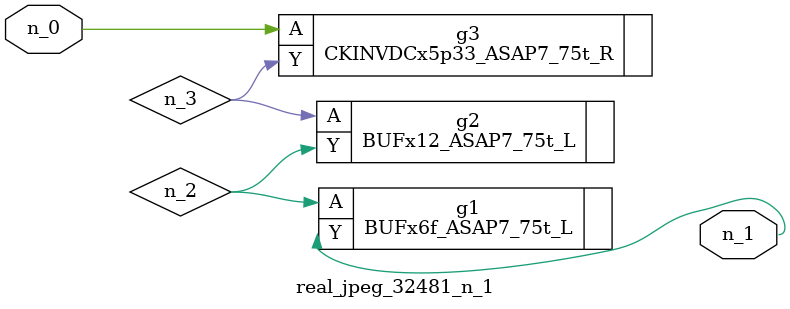
<source format=v>
module real_jpeg_32481_n_1 (n_0, n_1);

input n_0;

output n_1;

wire n_3;
wire n_2;

CKINVDCx5p33_ASAP7_75t_R g3 ( 
.A(n_0),
.Y(n_3)
);

BUFx6f_ASAP7_75t_L g1 ( 
.A(n_2),
.Y(n_1)
);

BUFx12_ASAP7_75t_L g2 ( 
.A(n_3),
.Y(n_2)
);


endmodule
</source>
